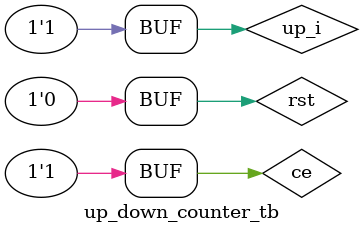
<source format=v>
module up_down_counter_tb ();

wire [7:0] counter_output;
reg rst;
reg clk;
reg ce;
reg up;

initial begin
	rst <= 1'b1;
	ce <= 1'b1;
	up_i <= 1'b1;
	#1000 rst<= 1'b0;
end

up_down_counter 
#(
	.WIDTH(8)
) up_down_counter
(
	.rst_i(rst),
	.clk_i(clk),
	.ce_i(ce),
	.up_i(up),
	.count_o(counter_output)
);

endmodule

</source>
